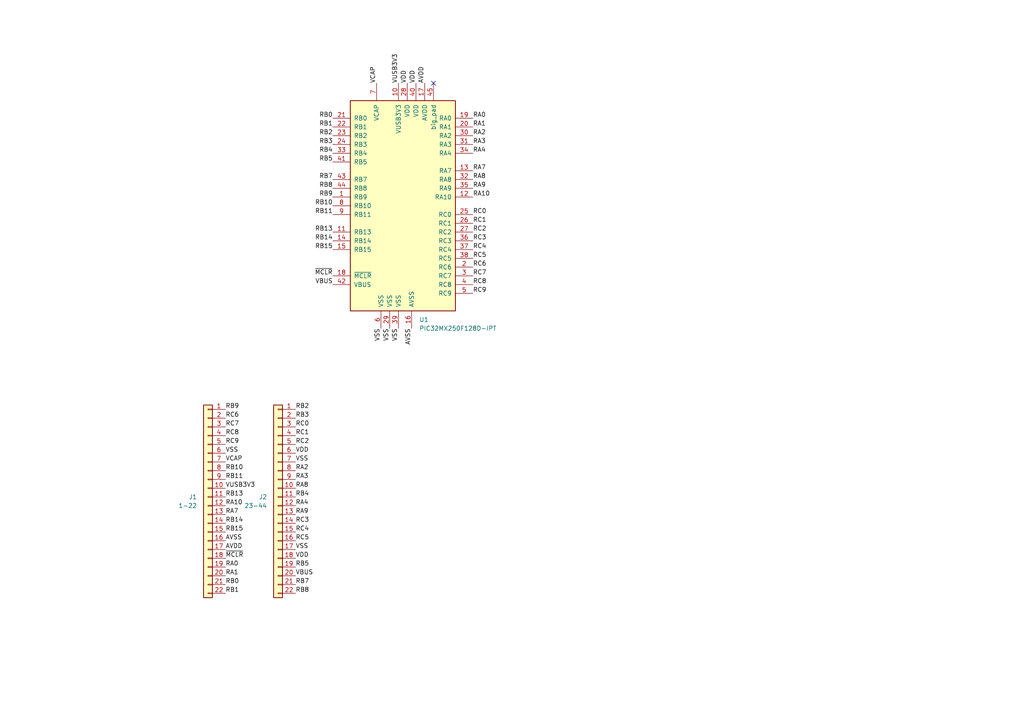
<source format=kicad_sch>
(kicad_sch (version 20230121) (generator eeschema)
  (paper "A4")
  (lib_symbols
    (symbol "Connector_Generic:Conn_01x22" (pin_names (offset 1.016) hide)
      (property "Reference" "J" (at 0 27.94 0))
      (property "Value" "Conn_01x22" (at 0 -30.48 0))
      (symbol "Conn_01x22_1_1"
        (rectangle (start -1.27 -27.813) (end 0 -28.067) (stroke (width 0.1524)))
        (rectangle (start -1.27 -25.273) (end 0 -25.527) (stroke (width 0.1524)))
        (rectangle (start -1.27 -22.733) (end 0 -22.987) (stroke (width 0.1524)))
        (rectangle (start -1.27 -20.193) (end 0 -20.447) (stroke (width 0.1524)))
        (rectangle (start -1.27 -17.653) (end 0 -17.907) (stroke (width 0.1524)))
        (rectangle (start -1.27 -15.113) (end 0 -15.367) (stroke (width 0.1524)))
        (rectangle (start -1.27 -12.573) (end 0 -12.827) (stroke (width 0.1524)))
        (rectangle (start -1.27 -10.033) (end 0 -10.287) (stroke (width 0.1524)))
        (rectangle (start -1.27 -7.493) (end 0 -7.747) (stroke (width 0.1524)))
        (rectangle (start -1.27 -4.953) (end 0 -5.207) (stroke (width 0.1524)))
        (rectangle (start -1.27 -2.413) (end 0 -2.667) (stroke (width 0.1524)))
        (rectangle (start -1.27 0.127) (end 0 -0.127) (stroke (width 0.1524)))
        (rectangle (start -1.27 2.667) (end 0 2.413) (stroke (width 0.1524)))
        (rectangle (start -1.27 5.207) (end 0 4.953) (stroke (width 0.1524)))
        (rectangle (start -1.27 7.747) (end 0 7.493) (stroke (width 0.1524)))
        (rectangle (start -1.27 10.287) (end 0 10.033) (stroke (width 0.1524)))
        (rectangle (start -1.27 12.827) (end 0 12.573) (stroke (width 0.1524)))
        (rectangle (start -1.27 15.367) (end 0 15.113) (stroke (width 0.1524)))
        (rectangle (start -1.27 17.907) (end 0 17.653) (stroke (width 0.1524)))
        (rectangle (start -1.27 20.447) (end 0 20.193) (stroke (width 0.1524)))
        (rectangle (start -1.27 22.987) (end 0 22.733) (stroke (width 0.1524)))
        (rectangle (start -1.27 25.527) (end 0 25.273) (stroke (width 0.1524)))
        (rectangle (start -1.27 26.67) (end 1.27 -29.21) (stroke (width 0.254)) (fill (type background)))
        (pin passive line (at -5.08 25.4 0) (length 3.81) (name "Pin_1") (number "1"))
        (pin passive line (at -5.08 2.54 0) (length 3.81) (name "Pin_10") (number "10"))
        (pin passive line (at -5.08 0 0) (length 3.81) (name "Pin_11") (number "11"))
        (pin passive line (at -5.08 -2.54 0) (length 3.81) (name "Pin_12") (number "12"))
        (pin passive line (at -5.08 -5.08 0) (length 3.81) (name "Pin_13") (number "13"))
        (pin passive line (at -5.08 -7.62 0) (length 3.81) (name "Pin_14") (number "14"))
        (pin passive line (at -5.08 -10.16 0) (length 3.81) (name "Pin_15") (number "15"))
        (pin passive line (at -5.08 -12.7 0) (length 3.81) (name "Pin_16") (number "16"))
        (pin passive line (at -5.08 -15.24 0) (length 3.81) (name "Pin_17") (number "17"))
        (pin passive line (at -5.08 -17.78 0) (length 3.81) (name "Pin_18") (number "18"))
        (pin passive line (at -5.08 -20.32 0) (length 3.81) (name "Pin_19") (number "19"))
        (pin passive line (at -5.08 22.86 0) (length 3.81) (name "Pin_2") (number "2"))
        (pin passive line (at -5.08 -22.86 0) (length 3.81) (name "Pin_20") (number "20"))
        (pin passive line (at -5.08 -25.4 0) (length 3.81) (name "Pin_21") (number "21"))
        (pin passive line (at -5.08 -27.94 0) (length 3.81) (name "Pin_22") (number "22"))
        (pin passive line (at -5.08 20.32 0) (length 3.81) (name "Pin_3") (number "3"))
        (pin passive line (at -5.08 17.78 0) (length 3.81) (name "Pin_4") (number "4"))
        (pin passive line (at -5.08 15.24 0) (length 3.81) (name "Pin_5") (number "5"))
        (pin passive line (at -5.08 12.7 0) (length 3.81) (name "Pin_6") (number "6"))
        (pin passive line (at -5.08 10.16 0) (length 3.81) (name "Pin_7") (number "7"))
        (pin passive line (at -5.08 7.62 0) (length 3.81) (name "Pin_8") (number "8"))
        (pin passive line (at -5.08 5.08 0) (length 3.81) (name "Pin_9") (number "9"))
      )
    )
    (symbol "MCU_Microchip_PIC32:PIC32MX250F128D-IPT" (pin_names (offset 1.016))
      (property "Reference" "U1" (at 4.7341 -33.02 0))
      (property "Value" "PIC32MX250F128D-IPT" (at 4.7341 -35.56 0))
      (symbol "PIC32MX250F128D-IPT_0_1"
        (rectangle (start -15.24 30.48) (end 15.24 -30.48) (stroke (width 0.254)) (fill (type background)))
      )
      (symbol "PIC32MX250F128D-IPT_1_1"
        (pin bidirectional line (at -20.32 2.54 0) (length 5.08) (name "RB9") (number "1"))
        (pin bidirectional line (at -1.27 35.56 270) (length 5.08) (name "VUSB3V3") (number "10"))
        (pin bidirectional line (at -20.32 -7.62 0) (length 5.08) (name "RB13") (number "11"))
        (pin bidirectional line (at 20.32 2.54 180) (length 5.08) (name "RA10") (number "12"))
        (pin bidirectional line (at 20.32 10.16 180) (length 5.08) (name "RA7") (number "13"))
        (pin bidirectional line (at -20.32 -10.16 0) (length 5.08) (name "RB14") (number "14"))
        (pin bidirectional line (at -20.32 -12.7 0) (length 5.08) (name "RB15") (number "15"))
        (pin power_in line (at 2.54 -35.56 90) (length 5.08) (name "AVSS") (number "16"))
        (pin power_in line (at 6.35 35.56 270) (length 5.08) (name "AVDD") (number "17"))
        (pin input line (at -20.32 -20.32 0) (length 5.08) (name "~{MCLR}") (number "18"))
        (pin input line (at 20.32 25.4 180) (length 5.08) (name "RA0") (number "19"))
        (pin bidirectional line (at 20.32 -17.78 180) (length 5.08) (name "RC6") (number "2"))
        (pin input line (at 20.32 22.86 180) (length 5.08) (name "RA1") (number "20"))
        (pin input line (at -20.32 25.4 0) (length 5.08) (name "RB0") (number "21"))
        (pin input line (at -20.32 22.86 0) (length 5.08) (name "RB1") (number "22"))
        (pin input line (at -20.32 20.32 0) (length 5.08) (name "RB2") (number "23"))
        (pin input line (at -20.32 17.78 0) (length 5.08) (name "RB3") (number "24"))
        (pin input line (at 20.32 -2.54 180) (length 5.08) (name "RC0") (number "25"))
        (pin input line (at 20.32 -5.08 180) (length 5.08) (name "RC1") (number "26"))
        (pin input line (at 20.32 -7.62 180) (length 5.08) (name "RC2") (number "27"))
        (pin power_in line (at 1.27 35.56 270) (length 5.08) (name "VDD") (number "28"))
        (pin passive line (at -3.81 -35.56 90) (length 5.08) (name "VSS") (number "29"))
        (pin bidirectional line (at 20.32 -20.32 180) (length 5.08) (name "RC7") (number "3"))
        (pin input line (at 20.32 20.32 180) (length 5.08) (name "RA2") (number "30"))
        (pin input line (at 20.32 17.78 180) (length 5.08) (name "RA3") (number "31"))
        (pin input line (at 20.32 7.62 180) (length 5.08) (name "RA8") (number "32"))
        (pin input line (at -20.32 15.24 0) (length 5.08) (name "RB4") (number "33"))
        (pin input line (at 20.32 15.24 180) (length 5.08) (name "RA4") (number "34"))
        (pin input line (at 20.32 5.08 180) (length 5.08) (name "RA9") (number "35"))
        (pin input line (at 20.32 -10.16 180) (length 5.08) (name "RC3") (number "36"))
        (pin input line (at 20.32 -12.7 180) (length 5.08) (name "RC4") (number "37"))
        (pin input line (at 20.32 -15.24 180) (length 5.08) (name "RC5") (number "38"))
        (pin passive line (at -1.27 -35.56 90) (length 5.08) (name "VSS") (number "39"))
        (pin bidirectional line (at 20.32 -22.86 180) (length 5.08) (name "RC8") (number "4"))
        (pin passive line (at 3.81 35.56 270) (length 5.08) (name "VDD") (number "40"))
        (pin input line (at -20.32 12.7 0) (length 5.08) (name "RB5") (number "41"))
        (pin input line (at -20.32 -22.86 0) (length 5.08) (name "VBUS") (number "42"))
        (pin input line (at -20.32 7.62 0) (length 5.08) (name "RB7") (number "43"))
        (pin input line (at -20.32 5.08 0) (length 5.08) (name "RB8") (number "44"))
        (pin input line (at 8.89 35.56 270) (length 5.08) (name "big_pad") (number "45"))
        (pin bidirectional line (at 20.32 -25.4 180) (length 5.08) (name "RC9") (number "5"))
        (pin power_in line (at -6.35 -35.56 90) (length 5.08) (name "VSS") (number "6"))
        (pin power_in line (at -7.62 35.56 270) (length 5.08) (name "VCAP") (number "7"))
        (pin bidirectional line (at -20.32 0 0) (length 5.08) (name "RB10") (number "8"))
        (pin bidirectional line (at -20.32 -2.54 0) (length 5.08) (name "RB11") (number "9"))
      )
    )
  )
  (no_connect (at 125.73 24.13))
  (label "RC6" (at 65.405 121.285 0))
  (label "RB10" (at 96.52 59.69 180))
  (label "RA0" (at 137.16 34.29 0))
  (label "RB1" (at 96.52 36.83 180))
  (label "RA3" (at 137.16 41.91 0))
  (label "VDD" (at 85.725 131.445 0))
  (label "RA7" (at 137.16 49.53 0))
  (label "RA2" (at 85.725 136.525 0))
  (label "RB15" (at 65.405 154.305 0))
  (label "RB10" (at 65.405 136.525 0))
  (label "RB7" (at 96.52 52.07 180))
  (label "RB13" (at 96.52 67.31 180))
  (label "RB9" (at 96.52 57.15 180))
  (label "RC8" (at 137.16 82.55 0))
  (label "RB14" (at 96.52 69.85 180))
  (label "RC9" (at 137.16 85.09 0))
  (label "VCAP" (at 109.22 24.13 90))
  (label "RB7" (at 85.725 169.545 0))
  (label "RC5" (at 85.725 156.845 0))
  (label "RC6" (at 137.16 77.47 0))
  (label "RB3" (at 85.725 121.285 0))
  (label "VSS" (at 110.49 95.25 270))
  (label "RC4" (at 137.16 72.39 0))
  (label "AVDD" (at 123.19 24.13 90))
  (label "RA0" (at 65.405 164.465 0))
  (label "RA10" (at 137.16 57.15 0))
  (label "RC9" (at 65.405 128.905 0))
  (label "RB13" (at 65.405 144.145 0))
  (label "RC1" (at 137.16 64.77 0))
  (label "RA1" (at 65.405 167.005 0))
  (label "RB11" (at 65.405 139.065 0))
  (label "VBUS" (at 85.725 167.005 0))
  (label "VSS" (at 85.725 159.385 0))
  (label "~{MCLR}" (at 65.405 161.925 0))
  (label "RB1" (at 65.405 172.085 0))
  (label "RB9" (at 65.405 118.745 0))
  (label "RB15" (at 96.52 72.39 180))
  (label "VSS" (at 65.405 131.445 0))
  (label "RC7" (at 137.16 80.01 0))
  (label "RC7" (at 65.405 123.825 0))
  (label "RA10" (at 65.405 146.685 0))
  (label "RB5" (at 85.725 164.465 0))
  (label "VBUS" (at 96.52 82.55 180))
  (label "VSS" (at 113.03 95.25 270))
  (label "RC0" (at 137.16 62.23 0))
  (label "VSS" (at 115.57 95.25 270))
  (label "RC2" (at 85.725 128.905 0))
  (label "RC3" (at 137.16 69.85 0))
  (label "VUSB3V3" (at 65.405 141.605 0))
  (label "RA4" (at 85.725 146.685 0))
  (label "RB8" (at 96.52 54.61 180))
  (label "RC4" (at 85.725 154.305 0))
  (label "RB14" (at 65.405 151.765 0))
  (label "RB0" (at 96.52 34.29 180))
  (label "AVSS" (at 119.38 95.25 270))
  (label "RB2" (at 85.725 118.745 0))
  (label "VSS" (at 85.725 133.985 0))
  (label "RC5" (at 137.16 74.93 0))
  (label "RB11" (at 96.52 62.23 180))
  (label "RC8" (at 65.405 126.365 0))
  (label "RC0" (at 85.725 123.825 0))
  (label "RB8" (at 85.725 172.085 0))
  (label "RA2" (at 137.16 39.37 0))
  (label "RA8" (at 137.16 52.07 0))
  (label "AVDD" (at 65.405 159.385 0))
  (label "VDD" (at 85.725 161.925 0))
  (label "~{MCLR}" (at 96.52 80.01 180))
  (label "RB0" (at 65.405 169.545 0))
  (label "VUSB3V3" (at 115.57 24.13 90))
  (label "RB4" (at 96.52 44.45 180))
  (label "RA3" (at 85.725 139.065 0))
  (label "RA1" (at 137.16 36.83 0))
  (label "RB4" (at 85.725 144.145 0))
  (label "RA7" (at 65.405 149.225 0))
  (label "AVSS" (at 65.405 156.845 0))
  (label "VDD" (at 120.65 24.13 90))
  (label "RA9" (at 137.16 54.61 0))
  (label "RC2" (at 137.16 67.31 0))
  (label "RB3" (at 96.52 41.91 180))
  (label "VDD" (at 118.11 24.13 90))
  (label "RB5" (at 96.52 46.99 180))
  (label "VCAP" (at 65.405 133.985 0))
  (label "RB2" (at 96.52 39.37 180))
  (label "RA4" (at 137.16 44.45 0))
  (label "RA9" (at 85.725 149.225 0))
  (label "RC3" (at 85.725 151.765 0))
  (label "RA8" (at 85.725 141.605 0))
  (label "RC1" (at 85.725 126.365 0))
  (symbol (lib_id "Connector_Generic:Conn_01x22") (at 80.645 144.145 0) (mirror y) (unit 1)
    (property "Reference" "J2" (at 77.47 144.145 0) (effects (justify left)))
    (property "Value" "23-44" (at 77.47 146.685 0) (effects (justify left)))
    (property "Footprint" "Connector_PinHeader_2.54mm:PinHeader_1x22_P2.54mm_Vertical" (effects hide))
  )
  (symbol (lib_id "MCU_Microchip_PIC32:PIC32MX250F128D-IPT") (at 116.84 59.69 0) (unit 1)
    (property "Reference" "U1" (at 121.5741 92.71 0) (effects (justify left)))
    (property "Value" "PIC32MX250F128D-IPT" (at 121.5741 95.25 0) (effects (justify left)))
    (property "Footprint" "Package_DFN_QFN:QFN-44-1EP_8x8mm_P0.65mm_EP6.45x6.45mm" (effects hide))
    (property "Datasheet" "http://ww1.microchip.com/downloads/en/DeviceDoc/60001168F.pdf" (effects hide))
  )
  (symbol (lib_id "Connector_Generic:Conn_01x22") (at 60.325 144.145 0) (mirror y) (unit 1)
    (property "Reference" "J1" (at 57.15 144.145 0) (effects (justify left)))
    (property "Value" "1-22" (at 57.15 146.685 0) (effects (justify left)))
    (property "Footprint" "Connector_PinHeader_2.54mm:PinHeader_1x22_P2.54mm_Vertical" (effects hide))
  )
)
</source>
